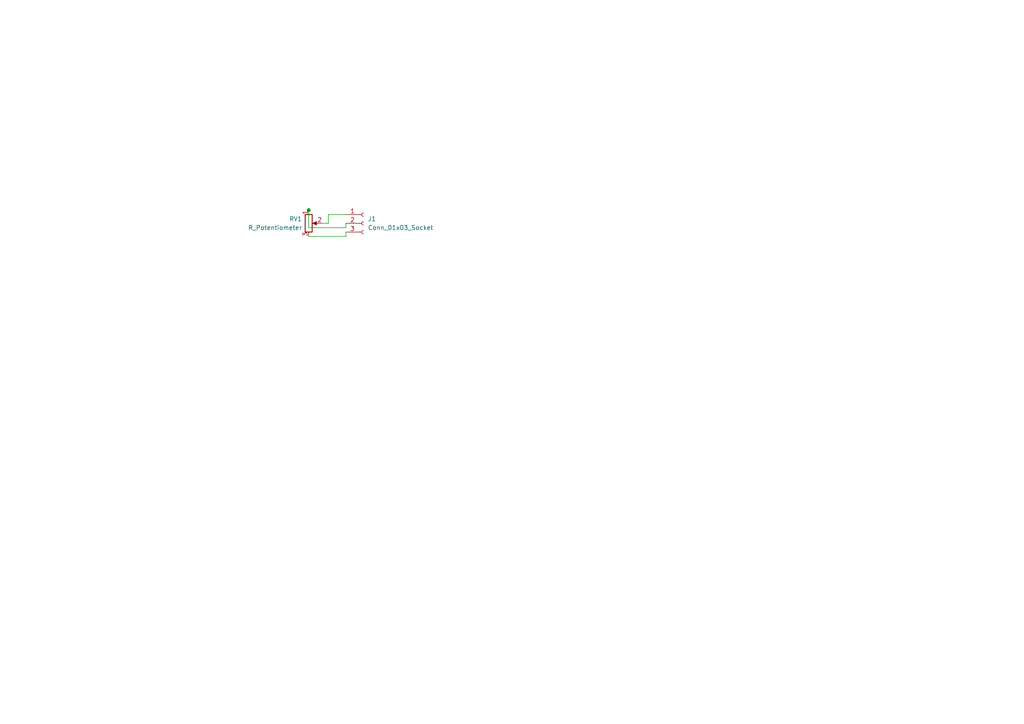
<source format=kicad_sch>
(kicad_sch (version 20230121) (generator eeschema)
  (paper "A4")
  (lib_symbols
    (symbol "Connector:Conn_01x03_Socket" (pin_names (offset 1.016) hide)
      (property "Reference" "J" (at 0 5.08 0))
      (property "Value" "Conn_01x03_Socket" (at 0 -5.08 0))
      (symbol "Conn_01x03_Socket_1_1"
        (arc (start 0 -2.032) (mid -0.5058 -2.54) (end 0 -3.048) (stroke (width 0.1524)))
        (polyline (pts (xy -1.27 -2.54) (xy -0.508 -2.54)) (stroke (width 0.1524)))
        (polyline (pts (xy -1.27 0) (xy -0.508 0)) (stroke (width 0.1524)))
        (polyline (pts (xy -1.27 2.54) (xy -0.508 2.54)) (stroke (width 0.1524)))
        (arc (start 0 0.508) (mid -0.5058 0) (end 0 -0.508) (stroke (width 0.1524)))
        (arc (start 0 3.048) (mid -0.5058 2.54) (end 0 2.032) (stroke (width 0.1524)))
        (pin passive line (at -5.08 2.54 0) (length 3.81) (name "Pin_1") (number "1"))
        (pin passive line (at -5.08 0 0) (length 3.81) (name "Pin_2") (number "2"))
        (pin passive line (at -5.08 -2.54 0) (length 3.81) (name "Pin_3") (number "3"))
      )
    )
    (symbol "Device:R_Potentiometer" (pin_names (offset 1.016) hide)
      (property "Reference" "RV" (at -4.445 0 90))
      (property "Value" "R_Potentiometer" (at -2.54 0 90))
      (symbol "R_Potentiometer_0_1"
        (polyline (pts (xy 2.54 0) (xy 1.524 0)))
        (polyline (pts (xy 1.143 0) (xy 2.286 0.508) (xy 2.286 -0.508) (xy 1.143 0)) (fill (type outline)))
        (rectangle (start 1.016 2.54) (end -1.016 -2.54) (stroke (width 0.254)))
      )
      (symbol "R_Potentiometer_1_1"
        (pin passive line (at 0 3.81 270) (length 1.27) (name "1") (number "1"))
        (pin passive line (at 3.81 0 180) (length 1.27) (name "2") (number "2"))
        (pin passive line (at 0 -3.81 90) (length 1.27) (name "3") (number "3"))
      )
    )
  )
  (junction (at 89.535 60.96))
  (wire (pts (xy 95.25 64.77) (xy 95.25 62.23)))
  (wire (pts (xy 89.535 68.58) (xy 100.33 68.58)))
  (wire (pts (xy 100.33 68.58) (xy 100.33 67.31)))
  (wire (pts (xy 89.535 60.96) (xy 89.535 66.04)))
  (wire (pts (xy 100.33 66.04) (xy 100.33 64.77)))
  (wire (pts (xy 95.25 62.23) (xy 100.33 62.23)))
  (wire (pts (xy 93.345 64.77) (xy 95.25 64.77)))
  (wire (pts (xy 89.535 66.04) (xy 100.33 66.04)))
  (wire (pts (xy 89.535 60.325) (xy 89.535 60.96)))
  (symbol (lib_id "Connector:Conn_01x03_Socket") (at 105.41 64.77 0) (unit 1)
    (property "Reference" "J1" (at 106.68 63.5 0) (effects (justify left)))
    (property "Value" "Conn_01x03_Socket" (at 106.68 66.04 0) (effects (justify left)))
    (property "Footprint" "Connector_PinHeader_2.54mm:PinHeader_1x03_P2.54mm_Vertical" (effects hide))
  )
  (symbol (lib_id "Device:R_Potentiometer") (at 89.535 64.77 0) (unit 1)
    (property "Reference" "RV1" (at 87.63 63.5 0) (effects (justify right)))
    (property "Value" "R_Potentiometer" (at 87.63 66.04 0) (effects (justify right)))
    (property "Footprint" "Connector_PinSocket_2.54mm:PinSocket_1x03_P2.54mm_Vertical" (effects hide))
  )
)
</source>
